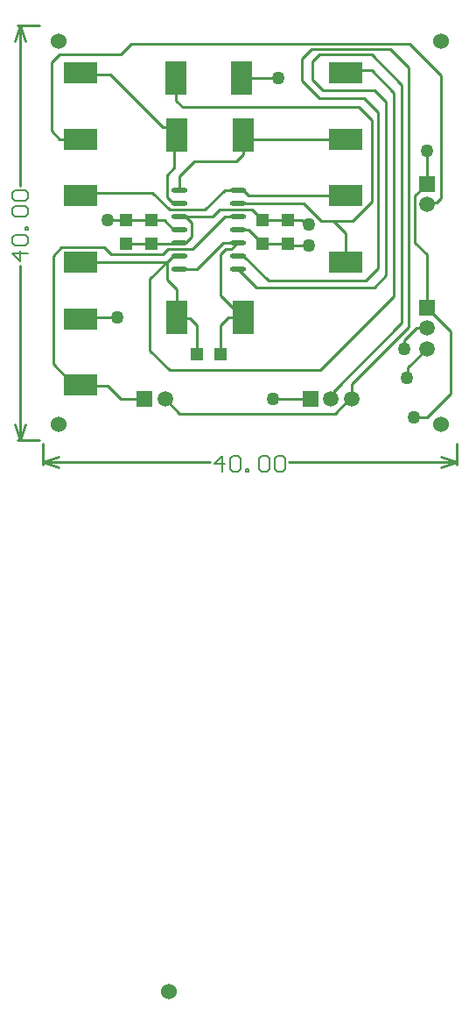
<source format=gtl>
G04*
G04 #@! TF.GenerationSoftware,Altium Limited,Altium Designer,22.1.2 (22)*
G04*
G04 Layer_Physical_Order=1*
G04 Layer_Color=255*
%FSLAX24Y24*%
%MOIN*%
G70*
G04*
G04 #@! TF.SameCoordinates,7AB658FE-4F4A-440D-9AF7-89D71A904C7E*
G04*
G04*
G04 #@! TF.FilePolarity,Positive*
G04*
G01*
G75*
%ADD11C,0.0100*%
%ADD13C,0.0060*%
%ADD16R,0.0500X0.0500*%
%ADD17R,0.1260X0.0800*%
%ADD18R,0.0800X0.1260*%
%ADD19O,0.0630X0.0177*%
%ADD20R,0.0500X0.0500*%
%ADD31R,0.0591X0.0591*%
%ADD32C,0.0591*%
%ADD33C,0.0600*%
%ADD34R,0.0591X0.0591*%
%ADD35C,0.0500*%
D11*
X11044Y1644D02*
Y1844D01*
X13650Y4450D02*
Y13500D01*
X11044Y1844D02*
X13650Y4450D01*
X10950Y1550D02*
X11044Y1644D01*
X13350Y5450D02*
Y13200D01*
X4800Y2650D02*
X10550D01*
X13350Y5450D01*
X4050Y3400D02*
X4800Y2650D01*
X14200Y4250D02*
X14600D01*
X11737Y1550D02*
Y2137D01*
X13900Y4300D01*
X13750Y3450D02*
Y3800D01*
X14200Y4250D01*
X13900Y4300D02*
Y14150D01*
X14600Y5037D02*
X15500Y4137D01*
Y1750D02*
Y4137D01*
X14600Y850D02*
X15500Y1750D01*
X14100Y850D02*
X14600D01*
Y9744D02*
Y11000D01*
X9300Y8350D02*
X9842D01*
X8350D02*
X9300D01*
X1440Y4650D02*
X2800D01*
X1400Y4610D02*
X1440Y4650D01*
X2950Y1550D02*
X3856D01*
X1178Y2072D02*
X2428D01*
X2950Y1550D01*
X365Y2885D02*
X1178Y2072D01*
X365Y2885D02*
Y7006D01*
X7626Y7000D02*
X8576Y6050D01*
X12267D01*
X12750Y6533D01*
Y12450D01*
X12600Y5800D02*
X13050Y6250D01*
X8100Y5800D02*
X12600D01*
X13050Y6250D02*
Y12850D01*
X13200Y14850D02*
X13900Y14150D01*
X12500Y14650D02*
X13650Y13500D01*
X12500Y14050D02*
X13350Y13200D01*
X12600Y13300D02*
X13050Y12850D01*
X12200Y13000D02*
X12750Y12450D01*
X5850Y3250D02*
Y4350D01*
X5122Y4618D02*
X5582D01*
X5090Y4650D02*
X5122Y4618D01*
X5582D02*
X5850Y4350D01*
X7050Y4650D02*
X7610D01*
X6750Y4350D02*
X7050Y4650D01*
X6750Y5510D02*
X7480Y4780D01*
X6750Y3250D02*
Y4350D01*
Y7050D02*
X6950Y7250D01*
X6750Y5510D02*
Y7050D01*
X14155Y9298D02*
X14600Y9744D01*
X14155Y7513D02*
X14600Y7068D01*
X14155Y7513D02*
Y9298D01*
X14600Y5037D02*
Y7068D01*
X4050Y3400D02*
Y6115D01*
X600Y14650D02*
X2950D01*
X300Y11750D02*
Y14350D01*
Y11750D02*
X610Y11440D01*
X300Y14350D02*
X600Y14650D01*
X2950D02*
X3350Y15050D01*
X13950Y15050D01*
X4990Y11500D02*
Y11641D01*
X1350Y13910D02*
X2540D01*
X4990Y11500D02*
Y11600D01*
Y10348D02*
Y11500D01*
X4740Y11891D02*
X4990Y11641D01*
X2540Y13910D02*
X4559Y11891D01*
X4740D01*
X4990Y11600D02*
X5090D01*
X15150Y9200D02*
Y13850D01*
X13950Y15050D02*
X15150Y13850D01*
X14972Y9022D02*
X15150Y9200D01*
X10200Y14850D02*
X13200D01*
X9850Y14500D02*
X10200Y14850D01*
X10500Y14650D02*
X12500D01*
X10250Y14400D02*
X10500Y14650D01*
X9300Y7450D02*
X9350Y7400D01*
X10100D01*
X8350Y7450D02*
X9300D01*
X9842Y8350D02*
X9992Y8200D01*
X10100D01*
X11100Y1000D02*
X11650Y1550D01*
X5194Y1000D02*
X11100D01*
X4644Y1550D02*
X5194Y1000D01*
X13887Y2750D02*
X14600Y3463D01*
X13850Y2350D02*
X13887Y2387D01*
Y2750D01*
X1400Y9300D02*
X1500Y9400D01*
X4150D02*
X4800Y8750D01*
X1500Y9400D02*
X4150D01*
X7150Y7250D02*
X7400Y7500D01*
X6950Y7250D02*
X7150D01*
X7194Y7500D02*
X7200D01*
X7204D02*
X7400D01*
X6850Y7500D02*
X7200D01*
X5850Y6500D02*
X6850Y7500D01*
X2594Y7050D02*
X4550D01*
X4750Y7250D02*
X5669D01*
X4550Y7050D02*
X4750Y7250D01*
X14608Y8956D02*
X14673Y9022D01*
X14972D01*
X365Y7006D02*
X689Y7330D01*
X7560Y13750D02*
X8950D01*
X5406Y8500D02*
X6456D01*
X5180D02*
X5406D01*
X4715Y10073D02*
X4990Y10348D01*
X4715Y9239D02*
Y10073D01*
X5180Y10030D02*
X5750Y10600D01*
X7350D01*
X5180Y9500D02*
Y10030D01*
X4715Y9239D02*
X4954Y9000D01*
X5180D01*
X7350Y10600D02*
X7610Y10860D01*
X4800Y8750D02*
X6150D01*
X11037Y8325D02*
X11775D01*
X10575D02*
X11037D01*
X11500Y7862D01*
Y6780D02*
Y7862D01*
X7400Y9000D02*
X9900D01*
X10575Y8325D01*
X8750Y1550D02*
X10163D01*
X2450Y8350D02*
X3150D01*
X5180Y7500D02*
X5406D01*
X5645Y7739D01*
X5406Y8500D02*
X5645Y8261D01*
Y7739D02*
Y8261D01*
X2314Y7330D02*
X2594Y7050D01*
X689Y7330D02*
X2314D01*
X6150Y8750D02*
X6900Y9500D01*
X7400D01*
X7626D01*
X6456Y8500D02*
X6706Y8750D01*
X6919Y8500D02*
X7400D01*
X6706Y8750D02*
X7950D01*
X5669Y7250D02*
X6919Y8500D01*
X7950Y8750D02*
X8350Y8350D01*
X7800Y8000D02*
X8350Y7450D01*
X7400Y8000D02*
X7800D01*
X4100Y7450D02*
X4883D01*
X4933Y7500D01*
X5180D01*
X3150Y7450D02*
X4100D01*
X3150Y8350D02*
X4100D01*
X4604D01*
X4954Y8000D01*
X5180D01*
X10650Y13300D02*
X12600D01*
X11590Y14050D02*
X12500D01*
X10500Y13000D02*
X12200D01*
X11500Y13960D02*
X11590Y14050D01*
X10250Y13700D02*
Y14400D01*
Y13700D02*
X10650Y13300D01*
X9850Y13650D02*
Y14500D01*
Y13650D02*
X10500Y13000D01*
X11650Y1550D02*
X11737D01*
X5040Y12910D02*
X5300Y12650D01*
X12000D01*
X12500Y12150D01*
X11775Y8325D02*
X12500Y9050D01*
Y12150D01*
X7400Y7000D02*
X7626D01*
X7400Y6500D02*
X8100Y5800D01*
X5180Y6500D02*
X5850D01*
X7826Y9300D02*
X11500D01*
X7626Y9500D02*
X7826Y9300D01*
X5040Y12910D02*
Y13750D01*
X7610Y10860D02*
Y11600D01*
X4954Y7000D02*
X5180D01*
X7610Y11600D02*
X7770Y11440D01*
X11500D01*
X4715Y6761D02*
X4954Y7000D01*
X1400Y6780D02*
X4715D01*
X4050Y6115D02*
X4715Y6780D01*
Y6102D02*
Y6761D01*
X610Y11440D02*
X1400D01*
X4990Y11500D02*
X5090Y11600D01*
X7259Y11020D02*
X7260D01*
X5090Y4650D02*
Y5727D01*
X4715Y6102D02*
X5090Y5727D01*
X-900Y15748D02*
X-700Y15148D01*
X-1100D02*
X-900Y15748D01*
X-1100Y600D02*
X-900Y0D01*
X-700Y600D01*
X-900Y9660D02*
Y15748D01*
Y0D02*
Y6640D01*
X-1000Y15748D02*
X-170D01*
X-1000Y0D02*
X-170D01*
X-20Y-850D02*
X580Y-650D01*
X-20Y-850D02*
X580Y-1050D01*
X15128D02*
X15728Y-850D01*
X15128Y-650D02*
X15728Y-850D01*
X-20D02*
X6340D01*
X9360D02*
X15728D01*
X-20Y-950D02*
Y-150D01*
X15728Y-950D02*
Y-150D01*
D13*
X-600Y7100D02*
X-1200D01*
X-900Y6800D01*
Y7200D01*
X-1100Y7400D02*
X-1200Y7500D01*
Y7700D01*
X-1100Y7800D01*
X-700D01*
X-600Y7700D01*
Y7500D01*
X-700Y7400D01*
X-1100D01*
X-600Y8000D02*
X-700D01*
Y8100D01*
X-600D01*
Y8000D01*
X-1100Y8500D02*
X-1200Y8600D01*
Y8800D01*
X-1100Y8900D01*
X-700D01*
X-600Y8800D01*
Y8600D01*
X-700Y8500D01*
X-1100D01*
Y9100D02*
X-1200Y9200D01*
Y9400D01*
X-1100Y9500D01*
X-700D01*
X-600Y9400D01*
Y9200D01*
X-700Y9100D01*
X-1100D01*
X6800Y-1200D02*
Y-600D01*
X6500Y-900D01*
X6900D01*
X7100Y-700D02*
X7200Y-600D01*
X7400D01*
X7500Y-700D01*
Y-1100D01*
X7400Y-1200D01*
X7200D01*
X7100Y-1100D01*
Y-700D01*
X7700Y-1200D02*
Y-1100D01*
X7800D01*
Y-1200D01*
X7700D01*
X8200Y-700D02*
X8300Y-600D01*
X8500D01*
X8600Y-700D01*
Y-1100D01*
X8500Y-1200D01*
X8300D01*
X8200Y-1100D01*
Y-700D01*
X8800D02*
X8900Y-600D01*
X9100D01*
X9200Y-700D01*
Y-1100D01*
X9100Y-1200D01*
X8900D01*
X8800Y-1100D01*
Y-700D01*
D16*
X5850Y3250D02*
D03*
X6750D02*
D03*
D17*
X1400Y2090D02*
D03*
X1400Y4610D02*
D03*
X1400Y13960D02*
D03*
X1400Y11440D02*
D03*
X11500Y13960D02*
D03*
X11500Y11440D02*
D03*
X11500Y6780D02*
D03*
X11500Y9300D02*
D03*
X1400Y6780D02*
D03*
X1400Y9300D02*
D03*
D18*
X5090Y4650D02*
D03*
X7610Y4650D02*
D03*
X7560Y13750D02*
D03*
X5040Y13750D02*
D03*
X7610Y11600D02*
D03*
X5090Y11600D02*
D03*
D19*
X5180Y9500D02*
D03*
Y9000D02*
D03*
Y8500D02*
D03*
Y8000D02*
D03*
Y7500D02*
D03*
Y7000D02*
D03*
Y6500D02*
D03*
X7400Y6500D02*
D03*
Y9500D02*
D03*
Y9000D02*
D03*
Y8500D02*
D03*
Y8000D02*
D03*
Y7500D02*
D03*
Y7000D02*
D03*
D20*
X9300Y8350D02*
D03*
Y7450D02*
D03*
X8350Y8350D02*
D03*
Y7450D02*
D03*
X4100D02*
D03*
Y8350D02*
D03*
X3150Y7450D02*
D03*
Y8350D02*
D03*
D31*
X14600Y5037D02*
D03*
X14608Y9744D02*
D03*
D32*
X14600Y4250D02*
D03*
Y3463D02*
D03*
X14608Y8956D02*
D03*
X11737Y1550D02*
D03*
X10950D02*
D03*
X4644D02*
D03*
D33*
X15159Y591D02*
D03*
X591Y15159D02*
D03*
X15159D02*
D03*
X591Y591D02*
D03*
X4764Y-20976D02*
D03*
D34*
X10163Y1550D02*
D03*
X3856D02*
D03*
D35*
X13750Y3450D02*
D03*
X14100Y850D02*
D03*
X2800Y4650D02*
D03*
X10100Y7400D02*
D03*
Y8200D02*
D03*
X13850Y2350D02*
D03*
X8950Y13750D02*
D03*
X14600Y11000D02*
D03*
X8750Y1550D02*
D03*
X2450Y8350D02*
D03*
M02*

</source>
